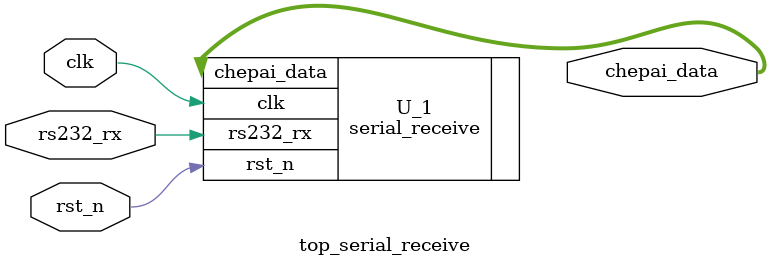
<source format=v>
`timescale 1ns / 1ps
module top_serial_receive(
	input 			clk,		//输入主时钟为50Mhz
	input 			rst_n,		//系统复位
	input 			rs232_rx,	//串口串行接收到数据	
	output	[55:0] 	chepai_data	//存储6个8bit的车牌数据，[47:40]为第一个车牌字符,[39:32]为第二个车牌字符,以此类推
);
	
	
	serial_receive U_1(
		.clk(clk),			//50Mhz
		.rst_n(rst_n),				//复位
		.rs232_rx(rs232_rx),		//串行输入数据
		.chepai_data(chepai_data)
	);
	

endmodule

</source>
